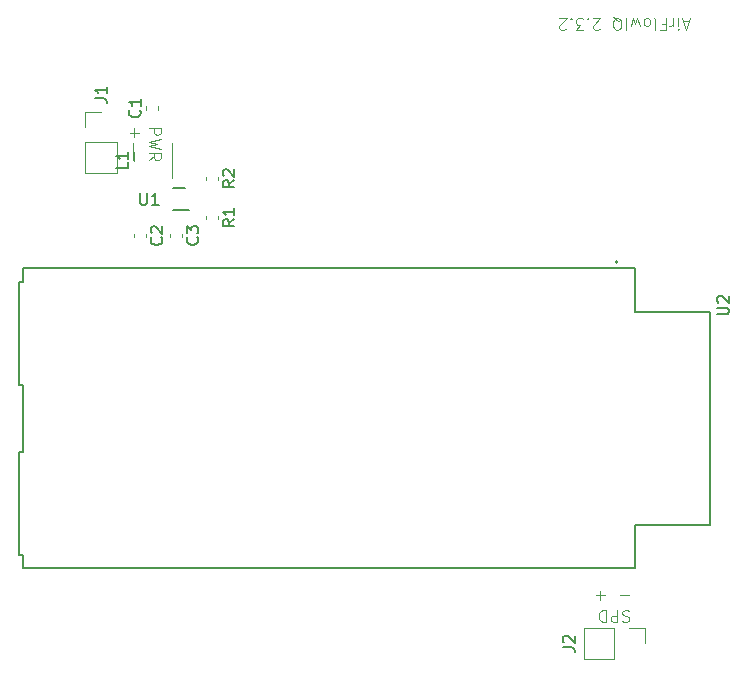
<source format=gbr>
%TF.GenerationSoftware,KiCad,Pcbnew,9.0.0*%
%TF.CreationDate,2026-02-03T13:11:21-06:00*%
%TF.ProjectId,FiltSure Prototype Three,46696c74-5375-4726-9520-50726f746f74,rev?*%
%TF.SameCoordinates,Original*%
%TF.FileFunction,Legend,Top*%
%TF.FilePolarity,Positive*%
%FSLAX46Y46*%
G04 Gerber Fmt 4.6, Leading zero omitted, Abs format (unit mm)*
G04 Created by KiCad (PCBNEW 9.0.0) date 2026-02-03 13:11:21*
%MOMM*%
%LPD*%
G01*
G04 APERTURE LIST*
%ADD10C,0.100000*%
%ADD11C,0.150000*%
%ADD12C,0.203200*%
%ADD13C,0.120000*%
%ADD14C,0.127000*%
%ADD15C,0.200000*%
G04 APERTURE END LIST*
D10*
X140053334Y-117757744D02*
X139910477Y-117710124D01*
X139910477Y-117710124D02*
X139672382Y-117710124D01*
X139672382Y-117710124D02*
X139577144Y-117757744D01*
X139577144Y-117757744D02*
X139529525Y-117805363D01*
X139529525Y-117805363D02*
X139481906Y-117900601D01*
X139481906Y-117900601D02*
X139481906Y-117995839D01*
X139481906Y-117995839D02*
X139529525Y-118091077D01*
X139529525Y-118091077D02*
X139577144Y-118138696D01*
X139577144Y-118138696D02*
X139672382Y-118186315D01*
X139672382Y-118186315D02*
X139862858Y-118233934D01*
X139862858Y-118233934D02*
X139958096Y-118281553D01*
X139958096Y-118281553D02*
X140005715Y-118329172D01*
X140005715Y-118329172D02*
X140053334Y-118424410D01*
X140053334Y-118424410D02*
X140053334Y-118519648D01*
X140053334Y-118519648D02*
X140005715Y-118614886D01*
X140005715Y-118614886D02*
X139958096Y-118662505D01*
X139958096Y-118662505D02*
X139862858Y-118710124D01*
X139862858Y-118710124D02*
X139624763Y-118710124D01*
X139624763Y-118710124D02*
X139481906Y-118662505D01*
X139053334Y-117710124D02*
X139053334Y-118710124D01*
X139053334Y-118710124D02*
X138672382Y-118710124D01*
X138672382Y-118710124D02*
X138577144Y-118662505D01*
X138577144Y-118662505D02*
X138529525Y-118614886D01*
X138529525Y-118614886D02*
X138481906Y-118519648D01*
X138481906Y-118519648D02*
X138481906Y-118376791D01*
X138481906Y-118376791D02*
X138529525Y-118281553D01*
X138529525Y-118281553D02*
X138577144Y-118233934D01*
X138577144Y-118233934D02*
X138672382Y-118186315D01*
X138672382Y-118186315D02*
X139053334Y-118186315D01*
X138053334Y-117710124D02*
X138053334Y-118710124D01*
X138053334Y-118710124D02*
X137815239Y-118710124D01*
X137815239Y-118710124D02*
X137672382Y-118662505D01*
X137672382Y-118662505D02*
X137577144Y-118567267D01*
X137577144Y-118567267D02*
X137529525Y-118472029D01*
X137529525Y-118472029D02*
X137481906Y-118281553D01*
X137481906Y-118281553D02*
X137481906Y-118138696D01*
X137481906Y-118138696D02*
X137529525Y-117948220D01*
X137529525Y-117948220D02*
X137577144Y-117852982D01*
X137577144Y-117852982D02*
X137672382Y-117757744D01*
X137672382Y-117757744D02*
X137815239Y-117710124D01*
X137815239Y-117710124D02*
X138053334Y-117710124D01*
X140005715Y-116481133D02*
X139243811Y-116481133D01*
X138005715Y-116481133D02*
X137243811Y-116481133D01*
X137624763Y-116100180D02*
X137624763Y-116862085D01*
X99375124Y-76906484D02*
X100375124Y-76906484D01*
X100375124Y-76906484D02*
X100375124Y-77287436D01*
X100375124Y-77287436D02*
X100327505Y-77382674D01*
X100327505Y-77382674D02*
X100279886Y-77430293D01*
X100279886Y-77430293D02*
X100184648Y-77477912D01*
X100184648Y-77477912D02*
X100041791Y-77477912D01*
X100041791Y-77477912D02*
X99946553Y-77430293D01*
X99946553Y-77430293D02*
X99898934Y-77382674D01*
X99898934Y-77382674D02*
X99851315Y-77287436D01*
X99851315Y-77287436D02*
X99851315Y-76906484D01*
X100375124Y-77811246D02*
X99375124Y-78049341D01*
X99375124Y-78049341D02*
X100089410Y-78239817D01*
X100089410Y-78239817D02*
X99375124Y-78430293D01*
X99375124Y-78430293D02*
X100375124Y-78668389D01*
X99375124Y-79620769D02*
X99851315Y-79287436D01*
X99375124Y-79049341D02*
X100375124Y-79049341D01*
X100375124Y-79049341D02*
X100375124Y-79430293D01*
X100375124Y-79430293D02*
X100327505Y-79525531D01*
X100327505Y-79525531D02*
X100279886Y-79573150D01*
X100279886Y-79573150D02*
X100184648Y-79620769D01*
X100184648Y-79620769D02*
X100041791Y-79620769D01*
X100041791Y-79620769D02*
X99946553Y-79573150D01*
X99946553Y-79573150D02*
X99898934Y-79525531D01*
X99898934Y-79525531D02*
X99851315Y-79430293D01*
X99851315Y-79430293D02*
X99851315Y-79049341D01*
X98146133Y-76906484D02*
X98146133Y-77668389D01*
X97765180Y-77287436D02*
X98527085Y-77287436D01*
X98146133Y-78906484D02*
X98146133Y-79668389D01*
X145133334Y-67871895D02*
X144657144Y-67871895D01*
X145228572Y-67586180D02*
X144895239Y-68586180D01*
X144895239Y-68586180D02*
X144561906Y-67586180D01*
X144228572Y-67586180D02*
X144228572Y-68252847D01*
X144228572Y-68586180D02*
X144276191Y-68538561D01*
X144276191Y-68538561D02*
X144228572Y-68490942D01*
X144228572Y-68490942D02*
X144180953Y-68538561D01*
X144180953Y-68538561D02*
X144228572Y-68586180D01*
X144228572Y-68586180D02*
X144228572Y-68490942D01*
X143752382Y-67586180D02*
X143752382Y-68252847D01*
X143752382Y-68062371D02*
X143704763Y-68157609D01*
X143704763Y-68157609D02*
X143657144Y-68205228D01*
X143657144Y-68205228D02*
X143561906Y-68252847D01*
X143561906Y-68252847D02*
X143466668Y-68252847D01*
X142800001Y-68109990D02*
X143133334Y-68109990D01*
X143133334Y-67586180D02*
X143133334Y-68586180D01*
X143133334Y-68586180D02*
X142657144Y-68586180D01*
X142133334Y-67586180D02*
X142228572Y-67633800D01*
X142228572Y-67633800D02*
X142276191Y-67729038D01*
X142276191Y-67729038D02*
X142276191Y-68586180D01*
X141609524Y-67586180D02*
X141704762Y-67633800D01*
X141704762Y-67633800D02*
X141752381Y-67681419D01*
X141752381Y-67681419D02*
X141800000Y-67776657D01*
X141800000Y-67776657D02*
X141800000Y-68062371D01*
X141800000Y-68062371D02*
X141752381Y-68157609D01*
X141752381Y-68157609D02*
X141704762Y-68205228D01*
X141704762Y-68205228D02*
X141609524Y-68252847D01*
X141609524Y-68252847D02*
X141466667Y-68252847D01*
X141466667Y-68252847D02*
X141371429Y-68205228D01*
X141371429Y-68205228D02*
X141323810Y-68157609D01*
X141323810Y-68157609D02*
X141276191Y-68062371D01*
X141276191Y-68062371D02*
X141276191Y-67776657D01*
X141276191Y-67776657D02*
X141323810Y-67681419D01*
X141323810Y-67681419D02*
X141371429Y-67633800D01*
X141371429Y-67633800D02*
X141466667Y-67586180D01*
X141466667Y-67586180D02*
X141609524Y-67586180D01*
X140942857Y-68252847D02*
X140752381Y-67586180D01*
X140752381Y-67586180D02*
X140561905Y-68062371D01*
X140561905Y-68062371D02*
X140371429Y-67586180D01*
X140371429Y-67586180D02*
X140180953Y-68252847D01*
X139800000Y-67586180D02*
X139800000Y-68586180D01*
X138657144Y-67490942D02*
X138752382Y-67538561D01*
X138752382Y-67538561D02*
X138847620Y-67633800D01*
X138847620Y-67633800D02*
X138990477Y-67776657D01*
X138990477Y-67776657D02*
X139085715Y-67824276D01*
X139085715Y-67824276D02*
X139180953Y-67824276D01*
X139133334Y-67586180D02*
X139228572Y-67633800D01*
X139228572Y-67633800D02*
X139323810Y-67729038D01*
X139323810Y-67729038D02*
X139371429Y-67919514D01*
X139371429Y-67919514D02*
X139371429Y-68252847D01*
X139371429Y-68252847D02*
X139323810Y-68443323D01*
X139323810Y-68443323D02*
X139228572Y-68538561D01*
X139228572Y-68538561D02*
X139133334Y-68586180D01*
X139133334Y-68586180D02*
X138942858Y-68586180D01*
X138942858Y-68586180D02*
X138847620Y-68538561D01*
X138847620Y-68538561D02*
X138752382Y-68443323D01*
X138752382Y-68443323D02*
X138704763Y-68252847D01*
X138704763Y-68252847D02*
X138704763Y-67919514D01*
X138704763Y-67919514D02*
X138752382Y-67729038D01*
X138752382Y-67729038D02*
X138847620Y-67633800D01*
X138847620Y-67633800D02*
X138942858Y-67586180D01*
X138942858Y-67586180D02*
X139133334Y-67586180D01*
X137561905Y-68490942D02*
X137514286Y-68538561D01*
X137514286Y-68538561D02*
X137419048Y-68586180D01*
X137419048Y-68586180D02*
X137180953Y-68586180D01*
X137180953Y-68586180D02*
X137085715Y-68538561D01*
X137085715Y-68538561D02*
X137038096Y-68490942D01*
X137038096Y-68490942D02*
X136990477Y-68395704D01*
X136990477Y-68395704D02*
X136990477Y-68300466D01*
X136990477Y-68300466D02*
X137038096Y-68157609D01*
X137038096Y-68157609D02*
X137609524Y-67586180D01*
X137609524Y-67586180D02*
X136990477Y-67586180D01*
X136561905Y-67681419D02*
X136514286Y-67633800D01*
X136514286Y-67633800D02*
X136561905Y-67586180D01*
X136561905Y-67586180D02*
X136609524Y-67633800D01*
X136609524Y-67633800D02*
X136561905Y-67681419D01*
X136561905Y-67681419D02*
X136561905Y-67586180D01*
X136180953Y-68586180D02*
X135561906Y-68586180D01*
X135561906Y-68586180D02*
X135895239Y-68205228D01*
X135895239Y-68205228D02*
X135752382Y-68205228D01*
X135752382Y-68205228D02*
X135657144Y-68157609D01*
X135657144Y-68157609D02*
X135609525Y-68109990D01*
X135609525Y-68109990D02*
X135561906Y-68014752D01*
X135561906Y-68014752D02*
X135561906Y-67776657D01*
X135561906Y-67776657D02*
X135609525Y-67681419D01*
X135609525Y-67681419D02*
X135657144Y-67633800D01*
X135657144Y-67633800D02*
X135752382Y-67586180D01*
X135752382Y-67586180D02*
X136038096Y-67586180D01*
X136038096Y-67586180D02*
X136133334Y-67633800D01*
X136133334Y-67633800D02*
X136180953Y-67681419D01*
X135133334Y-67681419D02*
X135085715Y-67633800D01*
X135085715Y-67633800D02*
X135133334Y-67586180D01*
X135133334Y-67586180D02*
X135180953Y-67633800D01*
X135180953Y-67633800D02*
X135133334Y-67681419D01*
X135133334Y-67681419D02*
X135133334Y-67586180D01*
X134704763Y-68490942D02*
X134657144Y-68538561D01*
X134657144Y-68538561D02*
X134561906Y-68586180D01*
X134561906Y-68586180D02*
X134323811Y-68586180D01*
X134323811Y-68586180D02*
X134228573Y-68538561D01*
X134228573Y-68538561D02*
X134180954Y-68490942D01*
X134180954Y-68490942D02*
X134133335Y-68395704D01*
X134133335Y-68395704D02*
X134133335Y-68300466D01*
X134133335Y-68300466D02*
X134180954Y-68157609D01*
X134180954Y-68157609D02*
X134752382Y-67586180D01*
X134752382Y-67586180D02*
X134133335Y-67586180D01*
D11*
X98653695Y-82399419D02*
X98653695Y-83208942D01*
X98653695Y-83208942D02*
X98701314Y-83304180D01*
X98701314Y-83304180D02*
X98748933Y-83351800D01*
X98748933Y-83351800D02*
X98844171Y-83399419D01*
X98844171Y-83399419D02*
X99034647Y-83399419D01*
X99034647Y-83399419D02*
X99129885Y-83351800D01*
X99129885Y-83351800D02*
X99177504Y-83304180D01*
X99177504Y-83304180D02*
X99225123Y-83208942D01*
X99225123Y-83208942D02*
X99225123Y-82399419D01*
X100225123Y-83399419D02*
X99653695Y-83399419D01*
X99939409Y-83399419D02*
X99939409Y-82399419D01*
X99939409Y-82399419D02*
X99844171Y-82542276D01*
X99844171Y-82542276D02*
X99748933Y-82637514D01*
X99748933Y-82637514D02*
X99653695Y-82685133D01*
X97624419Y-79817266D02*
X97624419Y-80293456D01*
X97624419Y-80293456D02*
X96624419Y-80293456D01*
X97624419Y-78960123D02*
X97624419Y-79531551D01*
X97624419Y-79245837D02*
X96624419Y-79245837D01*
X96624419Y-79245837D02*
X96767276Y-79341075D01*
X96767276Y-79341075D02*
X96862514Y-79436313D01*
X96862514Y-79436313D02*
X96910133Y-79531551D01*
X106634419Y-84643266D02*
X106158228Y-84976599D01*
X106634419Y-85214694D02*
X105634419Y-85214694D01*
X105634419Y-85214694D02*
X105634419Y-84833742D01*
X105634419Y-84833742D02*
X105682038Y-84738504D01*
X105682038Y-84738504D02*
X105729657Y-84690885D01*
X105729657Y-84690885D02*
X105824895Y-84643266D01*
X105824895Y-84643266D02*
X105967752Y-84643266D01*
X105967752Y-84643266D02*
X106062990Y-84690885D01*
X106062990Y-84690885D02*
X106110609Y-84738504D01*
X106110609Y-84738504D02*
X106158228Y-84833742D01*
X106158228Y-84833742D02*
X106158228Y-85214694D01*
X106634419Y-83690885D02*
X106634419Y-84262313D01*
X106634419Y-83976599D02*
X105634419Y-83976599D01*
X105634419Y-83976599D02*
X105777276Y-84071837D01*
X105777276Y-84071837D02*
X105872514Y-84167075D01*
X105872514Y-84167075D02*
X105920133Y-84262313D01*
X98599180Y-75378266D02*
X98646800Y-75425885D01*
X98646800Y-75425885D02*
X98694419Y-75568742D01*
X98694419Y-75568742D02*
X98694419Y-75663980D01*
X98694419Y-75663980D02*
X98646800Y-75806837D01*
X98646800Y-75806837D02*
X98551561Y-75902075D01*
X98551561Y-75902075D02*
X98456323Y-75949694D01*
X98456323Y-75949694D02*
X98265847Y-75997313D01*
X98265847Y-75997313D02*
X98122990Y-75997313D01*
X98122990Y-75997313D02*
X97932514Y-75949694D01*
X97932514Y-75949694D02*
X97837276Y-75902075D01*
X97837276Y-75902075D02*
X97742038Y-75806837D01*
X97742038Y-75806837D02*
X97694419Y-75663980D01*
X97694419Y-75663980D02*
X97694419Y-75568742D01*
X97694419Y-75568742D02*
X97742038Y-75425885D01*
X97742038Y-75425885D02*
X97789657Y-75378266D01*
X98694419Y-74425885D02*
X98694419Y-74997313D01*
X98694419Y-74711599D02*
X97694419Y-74711599D01*
X97694419Y-74711599D02*
X97837276Y-74806837D01*
X97837276Y-74806837D02*
X97932514Y-74902075D01*
X97932514Y-74902075D02*
X97980133Y-74997313D01*
X94806419Y-74395933D02*
X95520704Y-74395933D01*
X95520704Y-74395933D02*
X95663561Y-74443552D01*
X95663561Y-74443552D02*
X95758800Y-74538790D01*
X95758800Y-74538790D02*
X95806419Y-74681647D01*
X95806419Y-74681647D02*
X95806419Y-74776885D01*
X95806419Y-73395933D02*
X95806419Y-73967361D01*
X95806419Y-73681647D02*
X94806419Y-73681647D01*
X94806419Y-73681647D02*
X94949276Y-73776885D01*
X94949276Y-73776885D02*
X95044514Y-73872123D01*
X95044514Y-73872123D02*
X95092133Y-73967361D01*
X103491180Y-86154266D02*
X103538800Y-86201885D01*
X103538800Y-86201885D02*
X103586419Y-86344742D01*
X103586419Y-86344742D02*
X103586419Y-86439980D01*
X103586419Y-86439980D02*
X103538800Y-86582837D01*
X103538800Y-86582837D02*
X103443561Y-86678075D01*
X103443561Y-86678075D02*
X103348323Y-86725694D01*
X103348323Y-86725694D02*
X103157847Y-86773313D01*
X103157847Y-86773313D02*
X103014990Y-86773313D01*
X103014990Y-86773313D02*
X102824514Y-86725694D01*
X102824514Y-86725694D02*
X102729276Y-86678075D01*
X102729276Y-86678075D02*
X102634038Y-86582837D01*
X102634038Y-86582837D02*
X102586419Y-86439980D01*
X102586419Y-86439980D02*
X102586419Y-86344742D01*
X102586419Y-86344742D02*
X102634038Y-86201885D01*
X102634038Y-86201885D02*
X102681657Y-86154266D01*
X102586419Y-85820932D02*
X102586419Y-85201885D01*
X102586419Y-85201885D02*
X102967371Y-85535218D01*
X102967371Y-85535218D02*
X102967371Y-85392361D01*
X102967371Y-85392361D02*
X103014990Y-85297123D01*
X103014990Y-85297123D02*
X103062609Y-85249504D01*
X103062609Y-85249504D02*
X103157847Y-85201885D01*
X103157847Y-85201885D02*
X103395942Y-85201885D01*
X103395942Y-85201885D02*
X103491180Y-85249504D01*
X103491180Y-85249504D02*
X103538800Y-85297123D01*
X103538800Y-85297123D02*
X103586419Y-85392361D01*
X103586419Y-85392361D02*
X103586419Y-85678075D01*
X103586419Y-85678075D02*
X103538800Y-85773313D01*
X103538800Y-85773313D02*
X103491180Y-85820932D01*
X134430419Y-120877933D02*
X135144704Y-120877933D01*
X135144704Y-120877933D02*
X135287561Y-120925552D01*
X135287561Y-120925552D02*
X135382800Y-121020790D01*
X135382800Y-121020790D02*
X135430419Y-121163647D01*
X135430419Y-121163647D02*
X135430419Y-121258885D01*
X134525657Y-120449361D02*
X134478038Y-120401742D01*
X134478038Y-120401742D02*
X134430419Y-120306504D01*
X134430419Y-120306504D02*
X134430419Y-120068409D01*
X134430419Y-120068409D02*
X134478038Y-119973171D01*
X134478038Y-119973171D02*
X134525657Y-119925552D01*
X134525657Y-119925552D02*
X134620895Y-119877933D01*
X134620895Y-119877933D02*
X134716133Y-119877933D01*
X134716133Y-119877933D02*
X134858990Y-119925552D01*
X134858990Y-119925552D02*
X135430419Y-120496980D01*
X135430419Y-120496980D02*
X135430419Y-119877933D01*
X106634419Y-81341266D02*
X106158228Y-81674599D01*
X106634419Y-81912694D02*
X105634419Y-81912694D01*
X105634419Y-81912694D02*
X105634419Y-81531742D01*
X105634419Y-81531742D02*
X105682038Y-81436504D01*
X105682038Y-81436504D02*
X105729657Y-81388885D01*
X105729657Y-81388885D02*
X105824895Y-81341266D01*
X105824895Y-81341266D02*
X105967752Y-81341266D01*
X105967752Y-81341266D02*
X106062990Y-81388885D01*
X106062990Y-81388885D02*
X106110609Y-81436504D01*
X106110609Y-81436504D02*
X106158228Y-81531742D01*
X106158228Y-81531742D02*
X106158228Y-81912694D01*
X105729657Y-80960313D02*
X105682038Y-80912694D01*
X105682038Y-80912694D02*
X105634419Y-80817456D01*
X105634419Y-80817456D02*
X105634419Y-80579361D01*
X105634419Y-80579361D02*
X105682038Y-80484123D01*
X105682038Y-80484123D02*
X105729657Y-80436504D01*
X105729657Y-80436504D02*
X105824895Y-80388885D01*
X105824895Y-80388885D02*
X105920133Y-80388885D01*
X105920133Y-80388885D02*
X106062990Y-80436504D01*
X106062990Y-80436504D02*
X106634419Y-81007932D01*
X106634419Y-81007932D02*
X106634419Y-80388885D01*
X147495419Y-92681504D02*
X148304942Y-92681504D01*
X148304942Y-92681504D02*
X148400180Y-92633885D01*
X148400180Y-92633885D02*
X148447800Y-92586266D01*
X148447800Y-92586266D02*
X148495419Y-92491028D01*
X148495419Y-92491028D02*
X148495419Y-92300552D01*
X148495419Y-92300552D02*
X148447800Y-92205314D01*
X148447800Y-92205314D02*
X148400180Y-92157695D01*
X148400180Y-92157695D02*
X148304942Y-92110076D01*
X148304942Y-92110076D02*
X147495419Y-92110076D01*
X147590657Y-91681504D02*
X147543038Y-91633885D01*
X147543038Y-91633885D02*
X147495419Y-91538647D01*
X147495419Y-91538647D02*
X147495419Y-91300552D01*
X147495419Y-91300552D02*
X147543038Y-91205314D01*
X147543038Y-91205314D02*
X147590657Y-91157695D01*
X147590657Y-91157695D02*
X147685895Y-91110076D01*
X147685895Y-91110076D02*
X147781133Y-91110076D01*
X147781133Y-91110076D02*
X147923990Y-91157695D01*
X147923990Y-91157695D02*
X148495419Y-91729123D01*
X148495419Y-91729123D02*
X148495419Y-91110076D01*
X100443180Y-86167266D02*
X100490800Y-86214885D01*
X100490800Y-86214885D02*
X100538419Y-86357742D01*
X100538419Y-86357742D02*
X100538419Y-86452980D01*
X100538419Y-86452980D02*
X100490800Y-86595837D01*
X100490800Y-86595837D02*
X100395561Y-86691075D01*
X100395561Y-86691075D02*
X100300323Y-86738694D01*
X100300323Y-86738694D02*
X100109847Y-86786313D01*
X100109847Y-86786313D02*
X99966990Y-86786313D01*
X99966990Y-86786313D02*
X99776514Y-86738694D01*
X99776514Y-86738694D02*
X99681276Y-86691075D01*
X99681276Y-86691075D02*
X99586038Y-86595837D01*
X99586038Y-86595837D02*
X99538419Y-86452980D01*
X99538419Y-86452980D02*
X99538419Y-86357742D01*
X99538419Y-86357742D02*
X99586038Y-86214885D01*
X99586038Y-86214885D02*
X99633657Y-86167266D01*
X99633657Y-85786313D02*
X99586038Y-85738694D01*
X99586038Y-85738694D02*
X99538419Y-85643456D01*
X99538419Y-85643456D02*
X99538419Y-85405361D01*
X99538419Y-85405361D02*
X99586038Y-85310123D01*
X99586038Y-85310123D02*
X99633657Y-85262504D01*
X99633657Y-85262504D02*
X99728895Y-85214885D01*
X99728895Y-85214885D02*
X99824133Y-85214885D01*
X99824133Y-85214885D02*
X99966990Y-85262504D01*
X99966990Y-85262504D02*
X100538419Y-85833932D01*
X100538419Y-85833932D02*
X100538419Y-85214885D01*
D12*
%TO.C,U1*%
X102441600Y-82004800D02*
X101425600Y-82004800D01*
X102822600Y-83884400D02*
X101425600Y-83884400D01*
D13*
%TO.C,L1*%
X98009600Y-79650600D02*
X98009600Y-78150600D01*
X101329600Y-81150600D02*
X101329600Y-78150600D01*
%TO.C,R1*%
X104239600Y-84336020D02*
X104239600Y-84617180D01*
X105259600Y-84336020D02*
X105259600Y-84617180D01*
%TO.C,C1*%
X99159600Y-75352180D02*
X99159600Y-75071020D01*
X100179600Y-75352180D02*
X100179600Y-75071020D01*
%TO.C,J1*%
X94021600Y-75521600D02*
X95351600Y-75521600D01*
X94021600Y-76851600D02*
X94021600Y-75521600D01*
X94021600Y-78121600D02*
X94021600Y-80721600D01*
X94021600Y-78121600D02*
X96681600Y-78121600D01*
X94021600Y-80721600D02*
X96681600Y-80721600D01*
X96681600Y-78121600D02*
X96681600Y-80721600D01*
%TO.C,C3*%
X101191600Y-85847020D02*
X101191600Y-86128180D01*
X102211600Y-85847020D02*
X102211600Y-86128180D01*
%TO.C,J2*%
X136190600Y-119214600D02*
X136190600Y-121874600D01*
X138790600Y-119214600D02*
X136190600Y-119214600D01*
X138790600Y-119214600D02*
X138790600Y-121874600D01*
X138790600Y-121874600D02*
X136190600Y-121874600D01*
X140060600Y-119214600D02*
X141390600Y-119214600D01*
X141390600Y-119214600D02*
X141390600Y-120544600D01*
%TO.C,R2*%
X104239600Y-81034020D02*
X104239600Y-81315180D01*
X105259600Y-81034020D02*
X105259600Y-81315180D01*
D14*
%TO.C,U2*%
X88355600Y-89969600D02*
X88355600Y-98619600D01*
X88355600Y-98619600D02*
X88755600Y-98619600D01*
X88355600Y-104369600D02*
X88355600Y-113019600D01*
X88355600Y-113019600D02*
X88755600Y-113019600D01*
X88755600Y-88794600D02*
X140555600Y-88794600D01*
X88755600Y-89969600D02*
X88355600Y-89969600D01*
X88755600Y-89969600D02*
X88755600Y-88794600D01*
X88755600Y-104369600D02*
X88355600Y-104369600D01*
X88755600Y-104369600D02*
X88755600Y-98619600D01*
X88755600Y-114194600D02*
X88755600Y-113019600D01*
X140555600Y-88794600D02*
X140555600Y-92494600D01*
X140555600Y-92494600D02*
X146905600Y-92494600D01*
X140555600Y-110494600D02*
X140555600Y-114194600D01*
X140555600Y-114194600D02*
X88755600Y-114194600D01*
X146905600Y-92494600D02*
X146905600Y-110494600D01*
X146905600Y-110494600D02*
X140555600Y-110494600D01*
D15*
X139080600Y-88244600D02*
G75*
G02*
X138880600Y-88244600I-100000J0D01*
G01*
X138880600Y-88244600D02*
G75*
G02*
X139080600Y-88244600I100000J0D01*
G01*
D13*
%TO.C,C2*%
X98143600Y-85860020D02*
X98143600Y-86141180D01*
X99163600Y-85860020D02*
X99163600Y-86141180D01*
%TD*%
M02*

</source>
